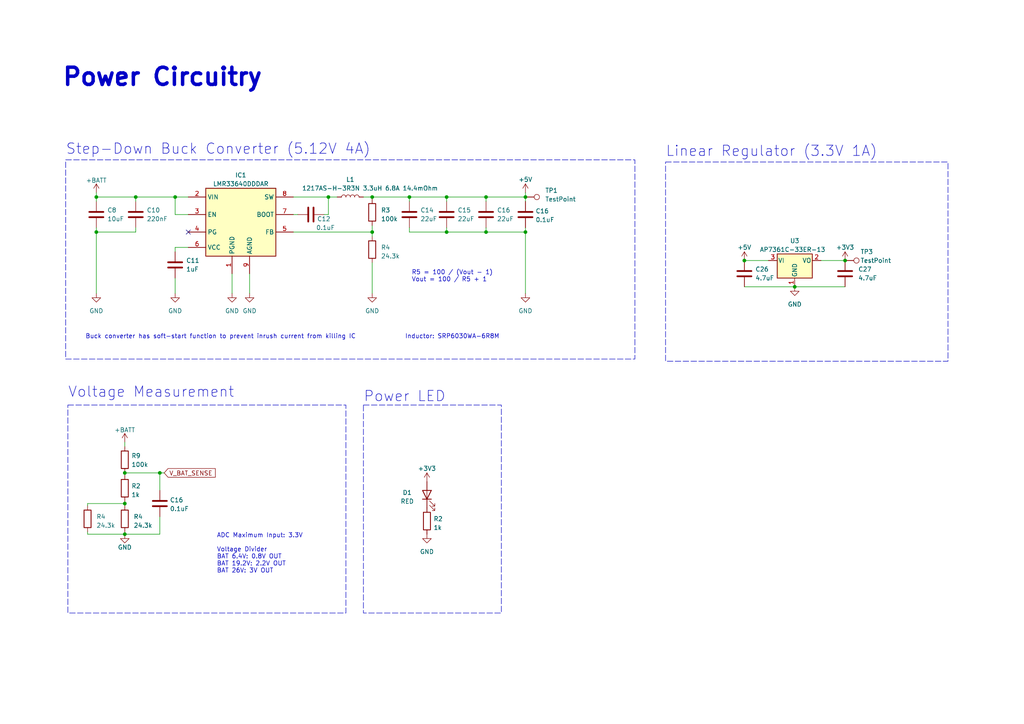
<source format=kicad_sch>
(kicad_sch (version 20230121) (generator eeschema)

  (uuid 96f28213-e3ca-4cd4-b62d-4711d85a11ee)

  (paper "A4")

  (lib_symbols
    (symbol "Connector:TestPoint" (pin_numbers hide) (pin_names (offset 0.762) hide) (in_bom yes) (on_board yes)
      (property "Reference" "TP" (at 0 6.858 0)
        (effects (font (size 1.27 1.27)))
      )
      (property "Value" "TestPoint" (at 0 5.08 0)
        (effects (font (size 1.27 1.27)))
      )
      (property "Footprint" "" (at 5.08 0 0)
        (effects (font (size 1.27 1.27)) hide)
      )
      (property "Datasheet" "~" (at 5.08 0 0)
        (effects (font (size 1.27 1.27)) hide)
      )
      (property "ki_keywords" "test point tp" (at 0 0 0)
        (effects (font (size 1.27 1.27)) hide)
      )
      (property "ki_description" "test point" (at 0 0 0)
        (effects (font (size 1.27 1.27)) hide)
      )
      (property "ki_fp_filters" "Pin* Test*" (at 0 0 0)
        (effects (font (size 1.27 1.27)) hide)
      )
      (symbol "TestPoint_0_1"
        (circle (center 0 3.302) (radius 0.762)
          (stroke (width 0) (type default))
          (fill (type none))
        )
      )
      (symbol "TestPoint_1_1"
        (pin passive line (at 0 0 90) (length 2.54)
          (name "1" (effects (font (size 1.27 1.27))))
          (number "1" (effects (font (size 1.27 1.27))))
        )
      )
    )
    (symbol "Device:C" (pin_numbers hide) (pin_names (offset 0.254)) (in_bom yes) (on_board yes)
      (property "Reference" "C" (at 0.635 2.54 0)
        (effects (font (size 1.27 1.27)) (justify left))
      )
      (property "Value" "C" (at 0.635 -2.54 0)
        (effects (font (size 1.27 1.27)) (justify left))
      )
      (property "Footprint" "" (at 0.9652 -3.81 0)
        (effects (font (size 1.27 1.27)) hide)
      )
      (property "Datasheet" "~" (at 0 0 0)
        (effects (font (size 1.27 1.27)) hide)
      )
      (property "ki_keywords" "cap capacitor" (at 0 0 0)
        (effects (font (size 1.27 1.27)) hide)
      )
      (property "ki_description" "Unpolarized capacitor" (at 0 0 0)
        (effects (font (size 1.27 1.27)) hide)
      )
      (property "ki_fp_filters" "C_*" (at 0 0 0)
        (effects (font (size 1.27 1.27)) hide)
      )
      (symbol "C_0_1"
        (polyline
          (pts
            (xy -2.032 -0.762)
            (xy 2.032 -0.762)
          )
          (stroke (width 0.508) (type default))
          (fill (type none))
        )
        (polyline
          (pts
            (xy -2.032 0.762)
            (xy 2.032 0.762)
          )
          (stroke (width 0.508) (type default))
          (fill (type none))
        )
      )
      (symbol "C_1_1"
        (pin passive line (at 0 3.81 270) (length 2.794)
          (name "~" (effects (font (size 1.27 1.27))))
          (number "1" (effects (font (size 1.27 1.27))))
        )
        (pin passive line (at 0 -3.81 90) (length 2.794)
          (name "~" (effects (font (size 1.27 1.27))))
          (number "2" (effects (font (size 1.27 1.27))))
        )
      )
    )
    (symbol "Device:L" (pin_numbers hide) (pin_names (offset 1.016) hide) (in_bom yes) (on_board yes)
      (property "Reference" "L" (at -1.27 0 90)
        (effects (font (size 1.27 1.27)))
      )
      (property "Value" "L" (at 1.905 0 90)
        (effects (font (size 1.27 1.27)))
      )
      (property "Footprint" "" (at 0 0 0)
        (effects (font (size 1.27 1.27)) hide)
      )
      (property "Datasheet" "~" (at 0 0 0)
        (effects (font (size 1.27 1.27)) hide)
      )
      (property "ki_keywords" "inductor choke coil reactor magnetic" (at 0 0 0)
        (effects (font (size 1.27 1.27)) hide)
      )
      (property "ki_description" "Inductor" (at 0 0 0)
        (effects (font (size 1.27 1.27)) hide)
      )
      (property "ki_fp_filters" "Choke_* *Coil* Inductor_* L_*" (at 0 0 0)
        (effects (font (size 1.27 1.27)) hide)
      )
      (symbol "L_0_1"
        (arc (start 0 -2.54) (mid 0.6323 -1.905) (end 0 -1.27)
          (stroke (width 0) (type default))
          (fill (type none))
        )
        (arc (start 0 -1.27) (mid 0.6323 -0.635) (end 0 0)
          (stroke (width 0) (type default))
          (fill (type none))
        )
        (arc (start 0 0) (mid 0.6323 0.635) (end 0 1.27)
          (stroke (width 0) (type default))
          (fill (type none))
        )
        (arc (start 0 1.27) (mid 0.6323 1.905) (end 0 2.54)
          (stroke (width 0) (type default))
          (fill (type none))
        )
      )
      (symbol "L_1_1"
        (pin passive line (at 0 3.81 270) (length 1.27)
          (name "1" (effects (font (size 1.27 1.27))))
          (number "1" (effects (font (size 1.27 1.27))))
        )
        (pin passive line (at 0 -3.81 90) (length 1.27)
          (name "2" (effects (font (size 1.27 1.27))))
          (number "2" (effects (font (size 1.27 1.27))))
        )
      )
    )
    (symbol "Device:LED" (pin_numbers hide) (pin_names (offset 1.016) hide) (in_bom yes) (on_board yes)
      (property "Reference" "D" (at 0 2.54 0)
        (effects (font (size 1.27 1.27)))
      )
      (property "Value" "LED" (at 0 -2.54 0)
        (effects (font (size 1.27 1.27)))
      )
      (property "Footprint" "" (at 0 0 0)
        (effects (font (size 1.27 1.27)) hide)
      )
      (property "Datasheet" "~" (at 0 0 0)
        (effects (font (size 1.27 1.27)) hide)
      )
      (property "ki_keywords" "LED diode" (at 0 0 0)
        (effects (font (size 1.27 1.27)) hide)
      )
      (property "ki_description" "Light emitting diode" (at 0 0 0)
        (effects (font (size 1.27 1.27)) hide)
      )
      (property "ki_fp_filters" "LED* LED_SMD:* LED_THT:*" (at 0 0 0)
        (effects (font (size 1.27 1.27)) hide)
      )
      (symbol "LED_0_1"
        (polyline
          (pts
            (xy -1.27 -1.27)
            (xy -1.27 1.27)
          )
          (stroke (width 0.254) (type default))
          (fill (type none))
        )
        (polyline
          (pts
            (xy -1.27 0)
            (xy 1.27 0)
          )
          (stroke (width 0) (type default))
          (fill (type none))
        )
        (polyline
          (pts
            (xy 1.27 -1.27)
            (xy 1.27 1.27)
            (xy -1.27 0)
            (xy 1.27 -1.27)
          )
          (stroke (width 0.254) (type default))
          (fill (type none))
        )
        (polyline
          (pts
            (xy -3.048 -0.762)
            (xy -4.572 -2.286)
            (xy -3.81 -2.286)
            (xy -4.572 -2.286)
            (xy -4.572 -1.524)
          )
          (stroke (width 0) (type default))
          (fill (type none))
        )
        (polyline
          (pts
            (xy -1.778 -0.762)
            (xy -3.302 -2.286)
            (xy -2.54 -2.286)
            (xy -3.302 -2.286)
            (xy -3.302 -1.524)
          )
          (stroke (width 0) (type default))
          (fill (type none))
        )
      )
      (symbol "LED_1_1"
        (pin passive line (at -3.81 0 0) (length 2.54)
          (name "K" (effects (font (size 1.27 1.27))))
          (number "1" (effects (font (size 1.27 1.27))))
        )
        (pin passive line (at 3.81 0 180) (length 2.54)
          (name "A" (effects (font (size 1.27 1.27))))
          (number "2" (effects (font (size 1.27 1.27))))
        )
      )
    )
    (symbol "Device:R" (pin_numbers hide) (pin_names (offset 0)) (in_bom yes) (on_board yes)
      (property "Reference" "R" (at 2.032 0 90)
        (effects (font (size 1.27 1.27)))
      )
      (property "Value" "R" (at 0 0 90)
        (effects (font (size 1.27 1.27)))
      )
      (property "Footprint" "" (at -1.778 0 90)
        (effects (font (size 1.27 1.27)) hide)
      )
      (property "Datasheet" "~" (at 0 0 0)
        (effects (font (size 1.27 1.27)) hide)
      )
      (property "ki_keywords" "R res resistor" (at 0 0 0)
        (effects (font (size 1.27 1.27)) hide)
      )
      (property "ki_description" "Resistor" (at 0 0 0)
        (effects (font (size 1.27 1.27)) hide)
      )
      (property "ki_fp_filters" "R_*" (at 0 0 0)
        (effects (font (size 1.27 1.27)) hide)
      )
      (symbol "R_0_1"
        (rectangle (start -1.016 -2.54) (end 1.016 2.54)
          (stroke (width 0.254) (type default))
          (fill (type none))
        )
      )
      (symbol "R_1_1"
        (pin passive line (at 0 3.81 270) (length 1.27)
          (name "~" (effects (font (size 1.27 1.27))))
          (number "1" (effects (font (size 1.27 1.27))))
        )
        (pin passive line (at 0 -3.81 90) (length 1.27)
          (name "~" (effects (font (size 1.27 1.27))))
          (number "2" (effects (font (size 1.27 1.27))))
        )
      )
    )
    (symbol "FlightComputerLibrary:AP7361C-33ER-13" (pin_names (offset 0.254)) (in_bom yes) (on_board yes)
      (property "Reference" "U" (at -3.81 3.175 0)
        (effects (font (size 1.27 1.27)))
      )
      (property "Value" "AP7361C-33ER-13" (at 0 3.175 0)
        (effects (font (size 1.27 1.27)) (justify left))
      )
      (property "Footprint" "Package_TO_SOT_SMD:SOT-223-3_TabPin2" (at 0 5.715 0)
        (effects (font (size 1.27 1.27) italic) hide)
      )
      (property "Datasheet" "https://www.diodes.com/assets/Datasheets/AP7361C.pdf" (at 0 -1.27 0)
        (effects (font (size 1.27 1.27)) hide)
      )
      (property "ki_keywords" "linear regulator ldo fixed positive" (at 0 0 0)
        (effects (font (size 1.27 1.27)) hide)
      )
      (property "ki_description" "1A Low Dropout regulator, positive, 3.3V fixed output, SOT-223" (at 0 0 0)
        (effects (font (size 1.27 1.27)) hide)
      )
      (property "ki_fp_filters" "SOT?223*" (at 0 0 0)
        (effects (font (size 1.27 1.27)) hide)
      )
      (symbol "AP7361C-33ER-13_0_1"
        (rectangle (start -5.08 -5.08) (end 5.08 1.905)
          (stroke (width 0.254) (type default))
          (fill (type background))
        )
      )
      (symbol "AP7361C-33ER-13_1_1"
        (pin power_in line (at 0 -7.62 90) (length 2.54)
          (name "GND" (effects (font (size 1.27 1.27))))
          (number "1" (effects (font (size 1.27 1.27))))
        )
        (pin power_out line (at 7.62 0 180) (length 2.54)
          (name "VO" (effects (font (size 1.27 1.27))))
          (number "2" (effects (font (size 1.27 1.27))))
        )
        (pin power_in line (at -7.62 0 0) (length 2.54)
          (name "VI" (effects (font (size 1.27 1.27))))
          (number "3" (effects (font (size 1.27 1.27))))
        )
      )
    )
    (symbol "FlightComputerLibrary:LMR33640DDDAR" (in_bom yes) (on_board yes)
      (property "Reference" "IC" (at 6.985 7.62 0)
        (effects (font (size 1.27 1.27)) (justify left top))
      )
      (property "Value" "LMR33640DDDAR" (at 6.985 5.08 0)
        (effects (font (size 1.27 1.27)) (justify left top))
      )
      (property "Footprint" "FlightComputerLibrary:SOIC127P600X170-9N" (at 26.67 -94.92 0)
        (effects (font (size 1.27 1.27)) (justify left top) hide)
      )
      (property "Datasheet" "https://www.ti.com/lit/gpn/LMR33640" (at 26.67 -194.92 0)
        (effects (font (size 1.27 1.27)) (justify left top) hide)
      )
      (property "Height" "1.7" (at 26.67 -394.92 0)
        (effects (font (size 1.27 1.27)) (justify left top) hide)
      )
      (property "Mouser Part Number" "595-LMR33640DDDAR" (at 26.67 -494.92 0)
        (effects (font (size 1.27 1.27)) (justify left top) hide)
      )
      (property "Mouser Price/Stock" "https://www.mouser.co.uk/ProductDetail/Texas-Instruments/LMR33640DDDAR?qs=wnTfsH77Xs4APrSXlTODHA%3D%3D" (at 26.67 -594.92 0)
        (effects (font (size 1.27 1.27)) (justify left top) hide)
      )
      (property "Manufacturer_Name" "Texas Instruments" (at 26.67 -694.92 0)
        (effects (font (size 1.27 1.27)) (justify left top) hide)
      )
      (property "Manufacturer_Part_Number" "LMR33640DDDAR" (at 26.67 -794.92 0)
        (effects (font (size 1.27 1.27)) (justify left top) hide)
      )
      (property "ki_description" "Switching Voltage Regulators SIMPLE SWITCHER 3.8-V to 36-V, 4-A step-down converter in SOIC-8 package 8-SO PowerPAD -40 to 125" (at 0 0 0)
        (effects (font (size 1.27 1.27)) hide)
      )
      (symbol "LMR33640DDDAR_1_1"
        (rectangle (start 5.08 2.54) (end 25.4 -17.145)
          (stroke (width 0.254) (type default))
          (fill (type background))
        )
        (pin passive line (at 12.7 -22.225 90) (length 5.08)
          (name "PGND" (effects (font (size 1.27 1.27))))
          (number "1" (effects (font (size 1.27 1.27))))
        )
        (pin passive line (at 0 0 0) (length 5.08)
          (name "VIN" (effects (font (size 1.27 1.27))))
          (number "2" (effects (font (size 1.27 1.27))))
        )
        (pin passive line (at 0 -5.08 0) (length 5.08)
          (name "EN" (effects (font (size 1.27 1.27))))
          (number "3" (effects (font (size 1.27 1.27))))
        )
        (pin passive line (at 0 -10.16 0) (length 5.08)
          (name "PG" (effects (font (size 1.27 1.27))))
          (number "4" (effects (font (size 1.27 1.27))))
        )
        (pin passive line (at 30.48 -10.16 180) (length 5.08)
          (name "FB" (effects (font (size 1.27 1.27))))
          (number "5" (effects (font (size 1.27 1.27))))
        )
        (pin passive line (at 0 -14.605 0) (length 5.08)
          (name "VCC" (effects (font (size 1.27 1.27))))
          (number "6" (effects (font (size 1.27 1.27))))
        )
        (pin passive line (at 30.48 -5.08 180) (length 5.08)
          (name "BOOT" (effects (font (size 1.27 1.27))))
          (number "7" (effects (font (size 1.27 1.27))))
        )
        (pin passive line (at 30.48 0 180) (length 5.08)
          (name "SW" (effects (font (size 1.27 1.27))))
          (number "8" (effects (font (size 1.27 1.27))))
        )
        (pin passive line (at 17.78 -22.225 90) (length 5.08)
          (name "AGND" (effects (font (size 1.27 1.27))))
          (number "9" (effects (font (size 1.27 1.27))))
        )
      )
    )
    (symbol "power:+3V3" (power) (pin_names (offset 0)) (in_bom yes) (on_board yes)
      (property "Reference" "#PWR" (at 0 -3.81 0)
        (effects (font (size 1.27 1.27)) hide)
      )
      (property "Value" "+3V3" (at 0 3.556 0)
        (effects (font (size 1.27 1.27)))
      )
      (property "Footprint" "" (at 0 0 0)
        (effects (font (size 1.27 1.27)) hide)
      )
      (property "Datasheet" "" (at 0 0 0)
        (effects (font (size 1.27 1.27)) hide)
      )
      (property "ki_keywords" "global power" (at 0 0 0)
        (effects (font (size 1.27 1.27)) hide)
      )
      (property "ki_description" "Power symbol creates a global label with name \"+3V3\"" (at 0 0 0)
        (effects (font (size 1.27 1.27)) hide)
      )
      (symbol "+3V3_0_1"
        (polyline
          (pts
            (xy -0.762 1.27)
            (xy 0 2.54)
          )
          (stroke (width 0) (type default))
          (fill (type none))
        )
        (polyline
          (pts
            (xy 0 0)
            (xy 0 2.54)
          )
          (stroke (width 0) (type default))
          (fill (type none))
        )
        (polyline
          (pts
            (xy 0 2.54)
            (xy 0.762 1.27)
          )
          (stroke (width 0) (type default))
          (fill (type none))
        )
      )
      (symbol "+3V3_1_1"
        (pin power_in line (at 0 0 90) (length 0) hide
          (name "+3V3" (effects (font (size 1.27 1.27))))
          (number "1" (effects (font (size 1.27 1.27))))
        )
      )
    )
    (symbol "power:+5V" (power) (pin_names (offset 0)) (in_bom yes) (on_board yes)
      (property "Reference" "#PWR" (at 0 -3.81 0)
        (effects (font (size 1.27 1.27)) hide)
      )
      (property "Value" "+5V" (at 0 3.556 0)
        (effects (font (size 1.27 1.27)))
      )
      (property "Footprint" "" (at 0 0 0)
        (effects (font (size 1.27 1.27)) hide)
      )
      (property "Datasheet" "" (at 0 0 0)
        (effects (font (size 1.27 1.27)) hide)
      )
      (property "ki_keywords" "global power" (at 0 0 0)
        (effects (font (size 1.27 1.27)) hide)
      )
      (property "ki_description" "Power symbol creates a global label with name \"+5V\"" (at 0 0 0)
        (effects (font (size 1.27 1.27)) hide)
      )
      (symbol "+5V_0_1"
        (polyline
          (pts
            (xy -0.762 1.27)
            (xy 0 2.54)
          )
          (stroke (width 0) (type default))
          (fill (type none))
        )
        (polyline
          (pts
            (xy 0 0)
            (xy 0 2.54)
          )
          (stroke (width 0) (type default))
          (fill (type none))
        )
        (polyline
          (pts
            (xy 0 2.54)
            (xy 0.762 1.27)
          )
          (stroke (width 0) (type default))
          (fill (type none))
        )
      )
      (symbol "+5V_1_1"
        (pin power_in line (at 0 0 90) (length 0) hide
          (name "+5V" (effects (font (size 1.27 1.27))))
          (number "1" (effects (font (size 1.27 1.27))))
        )
      )
    )
    (symbol "power:+BATT" (power) (pin_names (offset 0)) (in_bom yes) (on_board yes)
      (property "Reference" "#PWR" (at 0 -3.81 0)
        (effects (font (size 1.27 1.27)) hide)
      )
      (property "Value" "+BATT" (at 0 3.556 0)
        (effects (font (size 1.27 1.27)))
      )
      (property "Footprint" "" (at 0 0 0)
        (effects (font (size 1.27 1.27)) hide)
      )
      (property "Datasheet" "" (at 0 0 0)
        (effects (font (size 1.27 1.27)) hide)
      )
      (property "ki_keywords" "global power battery" (at 0 0 0)
        (effects (font (size 1.27 1.27)) hide)
      )
      (property "ki_description" "Power symbol creates a global label with name \"+BATT\"" (at 0 0 0)
        (effects (font (size 1.27 1.27)) hide)
      )
      (symbol "+BATT_0_1"
        (polyline
          (pts
            (xy -0.762 1.27)
            (xy 0 2.54)
          )
          (stroke (width 0) (type default))
          (fill (type none))
        )
        (polyline
          (pts
            (xy 0 0)
            (xy 0 2.54)
          )
          (stroke (width 0) (type default))
          (fill (type none))
        )
        (polyline
          (pts
            (xy 0 2.54)
            (xy 0.762 1.27)
          )
          (stroke (width 0) (type default))
          (fill (type none))
        )
      )
      (symbol "+BATT_1_1"
        (pin power_in line (at 0 0 90) (length 0) hide
          (name "+BATT" (effects (font (size 1.27 1.27))))
          (number "1" (effects (font (size 1.27 1.27))))
        )
      )
    )
    (symbol "power:GND" (power) (pin_names (offset 0)) (in_bom yes) (on_board yes)
      (property "Reference" "#PWR" (at 0 -6.35 0)
        (effects (font (size 1.27 1.27)) hide)
      )
      (property "Value" "GND" (at 0 -3.81 0)
        (effects (font (size 1.27 1.27)))
      )
      (property "Footprint" "" (at 0 0 0)
        (effects (font (size 1.27 1.27)) hide)
      )
      (property "Datasheet" "" (at 0 0 0)
        (effects (font (size 1.27 1.27)) hide)
      )
      (property "ki_keywords" "global power" (at 0 0 0)
        (effects (font (size 1.27 1.27)) hide)
      )
      (property "ki_description" "Power symbol creates a global label with name \"GND\" , ground" (at 0 0 0)
        (effects (font (size 1.27 1.27)) hide)
      )
      (symbol "GND_0_1"
        (polyline
          (pts
            (xy 0 0)
            (xy 0 -1.27)
            (xy 1.27 -1.27)
            (xy 0 -2.54)
            (xy -1.27 -1.27)
            (xy 0 -1.27)
          )
          (stroke (width 0) (type default))
          (fill (type none))
        )
      )
      (symbol "GND_1_1"
        (pin power_in line (at 0 0 270) (length 0) hide
          (name "GND" (effects (font (size 1.27 1.27))))
          (number "1" (effects (font (size 1.27 1.27))))
        )
      )
    )
  )

  (junction (at 95.25 57.15) (diameter 0) (color 0 0 0 0)
    (uuid 0527f2eb-fb55-4351-b41a-b18190f8e465)
  )
  (junction (at 27.94 67.31) (diameter 0) (color 0 0 0 0)
    (uuid 09e8fd2f-4973-40be-8419-886bafa4dfe7)
  )
  (junction (at 107.95 57.15) (diameter 0) (color 0 0 0 0)
    (uuid 0bfe915e-1dc1-4179-b86c-13b7ed5f29c5)
  )
  (junction (at 245.11 75.565) (diameter 0) (color 0 0 0 0)
    (uuid 1658c26c-a230-4fdb-b824-d1ee705405f8)
  )
  (junction (at 36.195 146.05) (diameter 0) (color 0 0 0 0)
    (uuid 17474284-cc45-4c8d-941b-d0f2ba854f49)
  )
  (junction (at 36.195 154.94) (diameter 0) (color 0 0 0 0)
    (uuid 18ccbfcb-7303-45a9-b2c2-f10fc70b3515)
  )
  (junction (at 118.745 57.15) (diameter 0) (color 0 0 0 0)
    (uuid 1af2fe97-e0cf-44a3-97cd-881aa320e119)
  )
  (junction (at 230.505 83.185) (diameter 0) (color 0 0 0 0)
    (uuid 237172a1-0826-42a8-af83-3cbe2399e4e2)
  )
  (junction (at 140.97 57.15) (diameter 0) (color 0 0 0 0)
    (uuid 26c726b0-4dc1-4362-93fa-617c68a5bfe1)
  )
  (junction (at 39.37 57.15) (diameter 0) (color 0 0 0 0)
    (uuid 26eea132-c44f-4319-84cf-6535a109304b)
  )
  (junction (at 215.9 75.565) (diameter 0) (color 0 0 0 0)
    (uuid 28b6ffe6-6e51-4804-994b-e4a09eb97d1c)
  )
  (junction (at 50.8 57.15) (diameter 0) (color 0 0 0 0)
    (uuid 32e4c8c0-32a9-410e-8d9c-2ea8983f25e1)
  )
  (junction (at 152.4 67.31) (diameter 0) (color 0 0 0 0)
    (uuid 619ec49b-7bf0-4d3c-8a66-8ea974743312)
  )
  (junction (at 129.54 57.15) (diameter 0) (color 0 0 0 0)
    (uuid 63901944-db3a-46ae-bdf6-2d3b04fcbb1b)
  )
  (junction (at 140.97 67.31) (diameter 0) (color 0 0 0 0)
    (uuid 975db482-6b47-423a-883d-5a20dccb148f)
  )
  (junction (at 46.355 137.16) (diameter 0) (color 0 0 0 0)
    (uuid a580447e-97b8-4dc1-af99-dc4e1b40c12f)
  )
  (junction (at 107.95 67.31) (diameter 0) (color 0 0 0 0)
    (uuid b6197f7b-ef5d-4465-bb9c-dd8af44a5231)
  )
  (junction (at 152.4 57.15) (diameter 0) (color 0 0 0 0)
    (uuid db1cdf44-a000-4890-bca7-d3ee0bf80b8d)
  )
  (junction (at 36.195 137.16) (diameter 0) (color 0 0 0 0)
    (uuid db6e7c80-bfe3-4e2b-a035-7a941a9be470)
  )
  (junction (at 27.94 57.15) (diameter 0) (color 0 0 0 0)
    (uuid f0021d79-b361-45c0-86a4-8097d90c1d2f)
  )
  (junction (at 129.54 67.31) (diameter 0) (color 0 0 0 0)
    (uuid f494b489-44dc-4aad-a05e-ea66d59c8052)
  )

  (no_connect (at 54.61 67.31) (uuid 29fedc9e-f531-427b-82fa-87d49af94f16))

  (wire (pts (xy 72.39 85.09) (xy 72.39 79.375))
    (stroke (width 0) (type default))
    (uuid 031e9db3-b899-436f-adfe-7406e8e83acc)
  )
  (wire (pts (xy 25.4 146.685) (xy 25.4 146.05))
    (stroke (width 0) (type default))
    (uuid 03935686-97a6-4872-b081-c185a9d1f032)
  )
  (wire (pts (xy 25.4 154.94) (xy 25.4 154.305))
    (stroke (width 0) (type default))
    (uuid 04dfeb54-ff43-452c-b5ef-027c201a9d0e)
  )
  (wire (pts (xy 140.97 66.04) (xy 140.97 67.31))
    (stroke (width 0) (type default))
    (uuid 05d28911-864c-475f-93cb-3bdc74eca246)
  )
  (wire (pts (xy 238.125 75.565) (xy 245.11 75.565))
    (stroke (width 0) (type default))
    (uuid 0b94eae9-fcf7-4ad4-b1ac-d20c45d556a4)
  )
  (wire (pts (xy 118.745 57.15) (xy 129.54 57.15))
    (stroke (width 0) (type default))
    (uuid 0da07a25-3e46-4093-9314-5edbdd896e8a)
  )
  (wire (pts (xy 129.54 66.04) (xy 129.54 67.31))
    (stroke (width 0) (type default))
    (uuid 1ca0a34b-826f-480b-bca4-54f6232e267e)
  )
  (wire (pts (xy 152.4 55.88) (xy 152.4 57.15))
    (stroke (width 0) (type default))
    (uuid 1ed9d5a5-5a31-4bc4-813a-5ab400d78f19)
  )
  (wire (pts (xy 27.94 58.42) (xy 27.94 57.15))
    (stroke (width 0) (type default))
    (uuid 22b99cdb-960a-4bc5-8a98-1f082969489b)
  )
  (wire (pts (xy 85.09 67.31) (xy 107.95 67.31))
    (stroke (width 0) (type default))
    (uuid 26d4d1ad-b463-49c2-93a8-6eec71edd4b8)
  )
  (wire (pts (xy 107.95 85.09) (xy 107.95 76.2))
    (stroke (width 0) (type default))
    (uuid 28dcee50-a622-4f3d-a19e-d8014efd9a7c)
  )
  (wire (pts (xy 46.355 149.86) (xy 46.355 154.94))
    (stroke (width 0) (type default))
    (uuid 29ea3900-6fd2-4c9d-a474-5cd5cbccb9da)
  )
  (wire (pts (xy 107.95 57.15) (xy 105.41 57.15))
    (stroke (width 0) (type default))
    (uuid 31802fb9-4867-4a01-bc96-a90890632a67)
  )
  (wire (pts (xy 25.4 154.94) (xy 36.195 154.94))
    (stroke (width 0) (type default))
    (uuid 339c5fb4-a7c0-4bff-ad44-c4eb6f418b1b)
  )
  (wire (pts (xy 27.94 66.04) (xy 27.94 67.31))
    (stroke (width 0) (type default))
    (uuid 37377e26-e13e-4f65-a00e-ba519c5c8a65)
  )
  (wire (pts (xy 67.31 85.09) (xy 67.31 79.375))
    (stroke (width 0) (type default))
    (uuid 4050f669-1ef1-4257-bd74-df993a5c95f1)
  )
  (wire (pts (xy 107.95 65.405) (xy 107.95 67.31))
    (stroke (width 0) (type default))
    (uuid 4558e504-057b-43ad-85d3-603019289e7a)
  )
  (wire (pts (xy 215.9 75.565) (xy 222.885 75.565))
    (stroke (width 0) (type default))
    (uuid 49f370b3-1806-4a3d-9e72-5b5fcb71c310)
  )
  (wire (pts (xy 50.8 73.025) (xy 50.8 71.755))
    (stroke (width 0) (type default))
    (uuid 51cf7af9-97ac-46fe-a240-0434850ea4c9)
  )
  (wire (pts (xy 36.195 146.685) (xy 36.195 146.05))
    (stroke (width 0) (type default))
    (uuid 52946679-f593-4fd1-ae91-0ec2c65c58ff)
  )
  (wire (pts (xy 39.37 58.42) (xy 39.37 57.15))
    (stroke (width 0) (type default))
    (uuid 579e630a-66aa-422c-88d6-46000218e2be)
  )
  (wire (pts (xy 97.79 57.15) (xy 95.25 57.15))
    (stroke (width 0) (type default))
    (uuid 58454680-3857-45df-9ed0-e886952efd02)
  )
  (wire (pts (xy 36.195 137.795) (xy 36.195 137.16))
    (stroke (width 0) (type default))
    (uuid 5ada8ef4-6d06-42b2-87fc-e2b5086f7a3f)
  )
  (wire (pts (xy 93.98 62.23) (xy 95.25 62.23))
    (stroke (width 0) (type default))
    (uuid 5d137c05-fba8-4359-bffd-1f2fe15affba)
  )
  (wire (pts (xy 25.4 146.05) (xy 36.195 146.05))
    (stroke (width 0) (type default))
    (uuid 63b28c22-5375-4d18-8ed4-d3d25678aa1c)
  )
  (wire (pts (xy 118.745 66.04) (xy 118.745 67.31))
    (stroke (width 0) (type default))
    (uuid 64313526-505b-407c-af97-63ddc17cd6eb)
  )
  (wire (pts (xy 152.4 66.04) (xy 152.4 67.31))
    (stroke (width 0) (type default))
    (uuid 64e97453-df1a-4511-b5df-efb010812fcb)
  )
  (wire (pts (xy 36.195 128.27) (xy 36.195 129.54))
    (stroke (width 0) (type default))
    (uuid 6b7ea1c5-798c-492c-9c6d-12043718821a)
  )
  (wire (pts (xy 27.94 67.31) (xy 39.37 67.31))
    (stroke (width 0) (type default))
    (uuid 6d3ebf33-7cfe-4fbc-ada1-d214cf9a8704)
  )
  (wire (pts (xy 36.195 146.05) (xy 36.195 145.415))
    (stroke (width 0) (type default))
    (uuid 6d5228c5-086b-47ff-b31d-989997ef65ac)
  )
  (wire (pts (xy 50.8 57.15) (xy 54.61 57.15))
    (stroke (width 0) (type default))
    (uuid 6ea95b88-0743-443a-87bc-0249339e0066)
  )
  (wire (pts (xy 152.4 57.15) (xy 140.97 57.15))
    (stroke (width 0) (type default))
    (uuid 6fd5573a-4063-43ef-9fa3-fa8c86788136)
  )
  (wire (pts (xy 107.95 57.15) (xy 118.745 57.15))
    (stroke (width 0) (type default))
    (uuid 70a2c8c7-d948-4fdc-9382-2cde987eaa0f)
  )
  (wire (pts (xy 36.195 137.16) (xy 46.355 137.16))
    (stroke (width 0) (type default))
    (uuid 7e47b0d0-596c-46af-bacf-e787c75e75f1)
  )
  (wire (pts (xy 95.25 62.23) (xy 95.25 57.15))
    (stroke (width 0) (type default))
    (uuid 7f3238a4-9e77-4111-92f1-b0a058051f92)
  )
  (wire (pts (xy 129.54 67.31) (xy 118.745 67.31))
    (stroke (width 0) (type default))
    (uuid 86d94d2b-4c23-48cb-8657-e37144b810b8)
  )
  (wire (pts (xy 46.355 137.16) (xy 47.625 137.16))
    (stroke (width 0) (type default))
    (uuid 886405aa-2e19-4852-8ad6-9bc8fe902664)
  )
  (wire (pts (xy 50.8 62.23) (xy 50.8 57.15))
    (stroke (width 0) (type default))
    (uuid 89078644-fe85-449b-8448-058c0fbf6e34)
  )
  (wire (pts (xy 140.97 67.31) (xy 129.54 67.31))
    (stroke (width 0) (type default))
    (uuid 8fa91083-3f30-4c20-9a8c-613004125cd5)
  )
  (wire (pts (xy 86.36 62.23) (xy 85.09 62.23))
    (stroke (width 0) (type default))
    (uuid 970614cf-5611-4485-a1be-83f1b1690bf0)
  )
  (wire (pts (xy 152.4 57.15) (xy 152.4 58.42))
    (stroke (width 0) (type default))
    (uuid 9752aa21-25a7-4685-935b-46a90d16640d)
  )
  (wire (pts (xy 46.355 142.24) (xy 46.355 137.16))
    (stroke (width 0) (type default))
    (uuid 9ce65a95-7a6d-472f-a050-aeb395ad6ad6)
  )
  (wire (pts (xy 39.37 57.15) (xy 50.8 57.15))
    (stroke (width 0) (type default))
    (uuid a012bc8b-02e2-41e8-9c06-6220e8986c90)
  )
  (wire (pts (xy 107.95 67.31) (xy 107.95 68.58))
    (stroke (width 0) (type default))
    (uuid a5895cc1-f371-425d-a7ad-25c187e4b6f3)
  )
  (wire (pts (xy 215.9 83.185) (xy 230.505 83.185))
    (stroke (width 0) (type default))
    (uuid b491ffa2-6851-46ae-8af9-6563be088fe1)
  )
  (wire (pts (xy 39.37 67.31) (xy 39.37 66.04))
    (stroke (width 0) (type default))
    (uuid b623bb9f-e31e-4394-8092-276a4e1f7d15)
  )
  (wire (pts (xy 50.8 85.09) (xy 50.8 80.645))
    (stroke (width 0) (type default))
    (uuid b63374ed-cb06-4dd9-a68a-982d08a9056b)
  )
  (wire (pts (xy 129.54 57.15) (xy 129.54 58.42))
    (stroke (width 0) (type default))
    (uuid b64daa35-cf4c-4f40-9c70-10345dd1e908)
  )
  (wire (pts (xy 118.745 57.15) (xy 118.745 58.42))
    (stroke (width 0) (type default))
    (uuid b71ada52-960a-4a82-bfea-27e171da81ad)
  )
  (wire (pts (xy 54.61 62.23) (xy 50.8 62.23))
    (stroke (width 0) (type default))
    (uuid c74af101-68df-46db-82ef-46cd442d559f)
  )
  (wire (pts (xy 152.4 67.31) (xy 152.4 85.09))
    (stroke (width 0) (type default))
    (uuid c926bf4d-33fd-4309-86e2-4cc2621acf5f)
  )
  (wire (pts (xy 230.505 83.185) (xy 245.11 83.185))
    (stroke (width 0) (type default))
    (uuid cd4950cc-2215-4239-97b5-e372065bffc3)
  )
  (wire (pts (xy 95.25 57.15) (xy 85.09 57.15))
    (stroke (width 0) (type default))
    (uuid d03a45e8-25d8-44fb-beb9-f5ba8dafc8a9)
  )
  (wire (pts (xy 107.95 57.15) (xy 107.95 57.785))
    (stroke (width 0) (type default))
    (uuid d2b0483c-63e7-435d-a56f-15e05d8575de)
  )
  (wire (pts (xy 50.8 71.755) (xy 54.61 71.755))
    (stroke (width 0) (type default))
    (uuid d5b5f952-33b6-439a-a9c7-3a457c95d7ba)
  )
  (wire (pts (xy 27.94 85.09) (xy 27.94 67.31))
    (stroke (width 0) (type default))
    (uuid d77a7d53-b7fe-48af-92f7-820390e4a9ce)
  )
  (wire (pts (xy 152.4 67.31) (xy 140.97 67.31))
    (stroke (width 0) (type default))
    (uuid ddf5c5c7-80f6-4e61-85d7-0d182310a815)
  )
  (wire (pts (xy 140.97 57.15) (xy 140.97 58.42))
    (stroke (width 0) (type default))
    (uuid e5acb895-7ef0-45e3-90b8-f005b0b8388c)
  )
  (wire (pts (xy 27.94 55.88) (xy 27.94 57.15))
    (stroke (width 0) (type default))
    (uuid e79f0d4f-532f-4065-8ac6-b556b6587114)
  )
  (wire (pts (xy 46.355 154.94) (xy 36.195 154.94))
    (stroke (width 0) (type default))
    (uuid f6ff38e6-ebdc-4bb2-b644-0753878a0982)
  )
  (wire (pts (xy 129.54 57.15) (xy 140.97 57.15))
    (stroke (width 0) (type default))
    (uuid faa24b94-c6df-422e-9491-fdc5dbe91109)
  )
  (wire (pts (xy 27.94 57.15) (xy 39.37 57.15))
    (stroke (width 0) (type default))
    (uuid ff0dac0d-7d74-49bb-ad87-6ef039d29544)
  )
  (wire (pts (xy 36.195 154.94) (xy 36.195 154.305))
    (stroke (width 0) (type default))
    (uuid ffb51888-27c1-4bb3-9b1a-1e0aedc27505)
  )

  (rectangle (start 19.685 117.475) (end 100.33 177.8)
    (stroke (width 0) (type dash))
    (fill (type none))
    (uuid 3fdf663b-79d3-4c36-86f9-d7e639a2bb48)
  )
  (rectangle (start 19.05 46.355) (end 184.15 104.14)
    (stroke (width 0) (type dash))
    (fill (type none))
    (uuid 522ead10-e028-4463-aad3-cda0bd303f53)
  )
  (rectangle (start 105.41 117.475) (end 145.415 177.8)
    (stroke (width 0) (type dash))
    (fill (type none))
    (uuid 6296aedd-0e87-4787-b544-ad6c45956456)
  )
  (rectangle (start 193.04 46.99) (end 274.955 104.775)
    (stroke (width 0) (type dash))
    (fill (type none))
    (uuid cbf1e4c3-bd3f-4250-b07f-e780a9e1c989)
  )

  (text "Power Circuitry" (at 17.78 25.4 0)
    (effects (font (size 5 5) (thickness 1) bold) (justify left bottom))
    (uuid 120ed5d4-ac84-478f-abda-a9906e0b3a66)
  )
  (text "R5 = 100 / (Vout - 1)\nVout = 100 / R5 + 1" (at 119.38 81.915 0)
    (effects (font (size 1.27 1.27)) (justify left bottom))
    (uuid 184b9fd1-54d8-4654-9509-48baa899764d)
  )
  (text "Voltage Measurement" (at 19.685 115.57 0)
    (effects (font (size 3 3)) (justify left bottom))
    (uuid 3a0e89d6-653f-41ec-beb6-cae44488c315)
  )
  (text "Power LED" (at 105.41 116.84 0)
    (effects (font (size 3 3)) (justify left bottom))
    (uuid 85517ef6-e0de-47b3-bba5-9ac4c04411f8)
  )
  (text "Buck converter has soft-start function to prevent inrush current from killing IC"
    (at 24.765 98.425 0)
    (effects (font (size 1.27 1.27)) (justify left bottom))
    (uuid b149a20f-edef-47f5-9225-f7db60825279)
  )
  (text "Step-Down Buck Converter (5.12V 4A)" (at 19.05 45.085 0)
    (effects (font (size 3 3)) (justify left bottom))
    (uuid b70d69fa-e4b2-4c83-b72d-4cc370efb3cd)
  )
  (text "Inductor: SRP6030WA-6R8M" (at 117.475 98.425 0)
    (effects (font (size 1.27 1.27)) (justify left bottom))
    (uuid b7b137d9-6d7b-4e9c-8517-0e766d25b1c9)
  )
  (text "ADC Maximum Input: 3.3V\n\nVoltage Divider\nBAT 6.4V: 0.8V OUT\nBAT 19.2V: 2.2V OUT\nBAT 26V: 3V OUT"
    (at 62.865 166.37 0)
    (effects (font (size 1.27 1.27)) (justify left bottom))
    (uuid d712a16e-22a2-40fc-a797-effbc73f9578)
  )
  (text "Linear Regulator (3.3V 1A)" (at 193.04 45.72 0)
    (effects (font (size 3 3)) (justify left bottom))
    (uuid f5ce4939-f3da-4c90-b3c0-4bdd156e7aec)
  )

  (global_label "V_BAT_SENSE" (shape input) (at 47.625 137.16 0) (fields_autoplaced)
    (effects (font (size 1.27 1.27)) (justify left))
    (uuid 71b715a4-7a44-493d-aed5-b90aa6835591)
    (property "Intersheetrefs" "${INTERSHEET_REFS}" (at 62.9283 137.16 0)
      (effects (font (size 1.27 1.27)) (justify left) hide)
    )
  )

  (symbol (lib_id "Device:C") (at 215.9 79.375 0) (unit 1)
    (in_bom yes) (on_board yes) (dnp no)
    (uuid 02ac4536-e12c-4ec9-aaa5-19234246ff25)
    (property "Reference" "C26" (at 219.075 78.105 0)
      (effects (font (size 1.27 1.27)) (justify left))
    )
    (property "Value" "4.7uF" (at 219.075 80.645 0)
      (effects (font (size 1.27 1.27)) (justify left))
    )
    (property "Footprint" "Capacitor_SMD:C_0603_1608Metric" (at 216.8652 83.185 0)
      (effects (font (size 1.27 1.27)) hide)
    )
    (property "Datasheet" "~" (at 215.9 79.375 0)
      (effects (font (size 1.27 1.27)) hide)
    )
    (pin "1" (uuid cd6316ed-c18f-4373-bcb5-222db81588b4))
    (pin "2" (uuid 79662e65-63b6-40fa-be48-de9bd583c1b1))
    (instances
      (project "FlightComputer"
        (path "/619b7a98-ea9e-4ba1-a6ac-2aefa32bb41a"
          (reference "C26") (unit 1)
        )
        (path "/619b7a98-ea9e-4ba1-a6ac-2aefa32bb41a/860700d0-b412-4191-a92c-98767c85d1ad"
          (reference "C26") (unit 1)
        )
      )
    )
  )

  (symbol (lib_id "Device:LED") (at 123.825 143.51 90) (unit 1)
    (in_bom yes) (on_board yes) (dnp no)
    (uuid 0e77629b-a9db-40e3-83a2-f0880239de08)
    (property "Reference" "D1" (at 118.11 142.875 90)
      (effects (font (size 1.27 1.27)))
    )
    (property "Value" "RED" (at 118.11 145.415 90)
      (effects (font (size 1.27 1.27)))
    )
    (property "Footprint" "LED_SMD:LED_0603_1608Metric" (at 123.825 143.51 0)
      (effects (font (size 1.27 1.27)) hide)
    )
    (property "Datasheet" "~" (at 123.825 143.51 0)
      (effects (font (size 1.27 1.27)) hide)
    )
    (pin "1" (uuid 3e4532a9-daaa-4049-9bd1-2ce47b0085f1))
    (pin "2" (uuid e939ff2e-e55a-45df-9983-3525f95bcb1b))
    (instances
      (project "FlightComputer"
        (path "/619b7a98-ea9e-4ba1-a6ac-2aefa32bb41a"
          (reference "D1") (unit 1)
        )
        (path "/619b7a98-ea9e-4ba1-a6ac-2aefa32bb41a/860700d0-b412-4191-a92c-98767c85d1ad"
          (reference "D1") (unit 1)
        )
      )
    )
  )

  (symbol (lib_id "power:GND") (at 123.825 154.94 0) (unit 1)
    (in_bom yes) (on_board yes) (dnp no) (fields_autoplaced)
    (uuid 1d86714e-6e9a-433c-988a-ce771e8fc765)
    (property "Reference" "#PWR027" (at 123.825 161.29 0)
      (effects (font (size 1.27 1.27)) hide)
    )
    (property "Value" "GND" (at 123.825 160.02 0)
      (effects (font (size 1.27 1.27)))
    )
    (property "Footprint" "" (at 123.825 154.94 0)
      (effects (font (size 1.27 1.27)) hide)
    )
    (property "Datasheet" "" (at 123.825 154.94 0)
      (effects (font (size 1.27 1.27)) hide)
    )
    (pin "1" (uuid c6b837ba-89ac-473c-98c5-8ac17d7e2879))
    (instances
      (project "FlightComputer"
        (path "/619b7a98-ea9e-4ba1-a6ac-2aefa32bb41a"
          (reference "#PWR027") (unit 1)
        )
        (path "/619b7a98-ea9e-4ba1-a6ac-2aefa32bb41a/860700d0-b412-4191-a92c-98767c85d1ad"
          (reference "#PWR051") (unit 1)
        )
      )
    )
  )

  (symbol (lib_id "Device:C") (at 90.17 62.23 90) (unit 1)
    (in_bom yes) (on_board yes) (dnp no)
    (uuid 29e9dbc3-19b6-4302-bb46-3cd30fac8bd0)
    (property "Reference" "C12" (at 95.885 63.5 90)
      (effects (font (size 1.27 1.27)) (justify left))
    )
    (property "Value" "0.1uF" (at 97.155 66.04 90)
      (effects (font (size 1.27 1.27)) (justify left))
    )
    (property "Footprint" "Capacitor_SMD:C_0603_1608Metric" (at 93.98 61.2648 0)
      (effects (font (size 1.27 1.27)) hide)
    )
    (property "Datasheet" "~" (at 90.17 62.23 0)
      (effects (font (size 1.27 1.27)) hide)
    )
    (pin "1" (uuid f11a7682-9313-4695-bd8e-b60f8ab7eb43))
    (pin "2" (uuid 5d371807-0733-45be-a243-73027add105a))
    (instances
      (project "FlightComputer"
        (path "/619b7a98-ea9e-4ba1-a6ac-2aefa32bb41a"
          (reference "C12") (unit 1)
        )
        (path "/619b7a98-ea9e-4ba1-a6ac-2aefa32bb41a/860700d0-b412-4191-a92c-98767c85d1ad"
          (reference "C12") (unit 1)
        )
      )
    )
  )

  (symbol (lib_id "power:GND") (at 152.4 85.09 0) (unit 1)
    (in_bom yes) (on_board yes) (dnp no) (fields_autoplaced)
    (uuid 30eb55d5-065c-4775-b9e6-fc3f8e384cc8)
    (property "Reference" "#PWR060" (at 152.4 91.44 0)
      (effects (font (size 1.27 1.27)) hide)
    )
    (property "Value" "GND" (at 152.4 90.17 0)
      (effects (font (size 1.27 1.27)))
    )
    (property "Footprint" "" (at 152.4 85.09 0)
      (effects (font (size 1.27 1.27)) hide)
    )
    (property "Datasheet" "" (at 152.4 85.09 0)
      (effects (font (size 1.27 1.27)) hide)
    )
    (pin "1" (uuid a1a14766-3ae9-43bf-ac5f-a9d15c628d3d))
    (instances
      (project "FlightComputer"
        (path "/619b7a98-ea9e-4ba1-a6ac-2aefa32bb41a"
          (reference "#PWR060") (unit 1)
        )
        (path "/619b7a98-ea9e-4ba1-a6ac-2aefa32bb41a/860700d0-b412-4191-a92c-98767c85d1ad"
          (reference "#PWR040") (unit 1)
        )
      )
    )
  )

  (symbol (lib_id "power:+BATT") (at 36.195 128.27 0) (unit 1)
    (in_bom yes) (on_board yes) (dnp no) (fields_autoplaced)
    (uuid 381460a1-7ede-4466-bd95-1cb0fec4d26c)
    (property "Reference" "#PWR053" (at 36.195 132.08 0)
      (effects (font (size 1.27 1.27)) hide)
    )
    (property "Value" "+BATT" (at 36.195 124.714 0)
      (effects (font (size 1.27 1.27)))
    )
    (property "Footprint" "" (at 36.195 128.27 0)
      (effects (font (size 1.27 1.27)) hide)
    )
    (property "Datasheet" "" (at 36.195 128.27 0)
      (effects (font (size 1.27 1.27)) hide)
    )
    (pin "1" (uuid 877313b9-3851-416b-a996-ef27fe658d36))
    (instances
      (project "FlightComputer"
        (path "/619b7a98-ea9e-4ba1-a6ac-2aefa32bb41a"
          (reference "#PWR053") (unit 1)
        )
        (path "/619b7a98-ea9e-4ba1-a6ac-2aefa32bb41a/860700d0-b412-4191-a92c-98767c85d1ad"
          (reference "#PWR016") (unit 1)
        )
      )
    )
  )

  (symbol (lib_id "power:GND") (at 36.195 154.94 0) (unit 1)
    (in_bom yes) (on_board yes) (dnp no)
    (uuid 3adeb388-fb93-45f2-96cf-1c84f8625f0f)
    (property "Reference" "#PWR055" (at 36.195 161.29 0)
      (effects (font (size 1.27 1.27)) hide)
    )
    (property "Value" "GND" (at 36.195 158.75 0)
      (effects (font (size 1.27 1.27)))
    )
    (property "Footprint" "" (at 36.195 154.94 0)
      (effects (font (size 1.27 1.27)) hide)
    )
    (property "Datasheet" "" (at 36.195 154.94 0)
      (effects (font (size 1.27 1.27)) hide)
    )
    (pin "1" (uuid af322d9e-b233-46fb-9559-9e62cf09596d))
    (instances
      (project "FCRev2"
        (path "/4bfaf9f4-833d-4b89-870a-6e523da66099"
          (reference "#PWR055") (unit 1)
        )
      )
      (project "FlightComputer"
        (path "/619b7a98-ea9e-4ba1-a6ac-2aefa32bb41a"
          (reference "#PWR015") (unit 1)
        )
        (path "/619b7a98-ea9e-4ba1-a6ac-2aefa32bb41a/860700d0-b412-4191-a92c-98767c85d1ad"
          (reference "#PWR023") (unit 1)
        )
      )
      (project "FlightComputer"
        (path "/bd2ca0f3-16be-405d-8265-527d0a4fe5c7"
          (reference "#PWR050") (unit 1)
        )
      )
    )
  )

  (symbol (lib_id "power:GND") (at 230.505 83.185 0) (unit 1)
    (in_bom yes) (on_board yes) (dnp no) (fields_autoplaced)
    (uuid 4ac10201-c935-4bb4-a726-5e6bdf6701dd)
    (property "Reference" "#PWR038" (at 230.505 89.535 0)
      (effects (font (size 1.27 1.27)) hide)
    )
    (property "Value" "GND" (at 230.505 88.265 0)
      (effects (font (size 1.27 1.27)))
    )
    (property "Footprint" "" (at 230.505 83.185 0)
      (effects (font (size 1.27 1.27)) hide)
    )
    (property "Datasheet" "" (at 230.505 83.185 0)
      (effects (font (size 1.27 1.27)) hide)
    )
    (pin "1" (uuid afebc69c-0b86-45ac-a8e9-7b8b48a39d00))
    (instances
      (project "FlightComputer"
        (path "/619b7a98-ea9e-4ba1-a6ac-2aefa32bb41a"
          (reference "#PWR038") (unit 1)
        )
        (path "/619b7a98-ea9e-4ba1-a6ac-2aefa32bb41a/860700d0-b412-4191-a92c-98767c85d1ad"
          (reference "#PWR046") (unit 1)
        )
      )
    )
  )

  (symbol (lib_id "Device:C") (at 50.8 76.835 0) (unit 1)
    (in_bom yes) (on_board yes) (dnp no)
    (uuid 6ccf4bae-6870-4db8-b8c1-7ee00eba4026)
    (property "Reference" "C11" (at 53.975 75.565 0)
      (effects (font (size 1.27 1.27)) (justify left))
    )
    (property "Value" "1uF" (at 53.975 78.105 0)
      (effects (font (size 1.27 1.27)) (justify left))
    )
    (property "Footprint" "Capacitor_SMD:C_0603_1608Metric" (at 51.7652 80.645 0)
      (effects (font (size 1.27 1.27)) hide)
    )
    (property "Datasheet" "~" (at 50.8 76.835 0)
      (effects (font (size 1.27 1.27)) hide)
    )
    (pin "1" (uuid 2ba8b4da-2221-4d69-8c29-6245af612b24))
    (pin "2" (uuid 67022530-b0e7-45b4-a774-0b99d168657c))
    (instances
      (project "FlightComputer"
        (path "/619b7a98-ea9e-4ba1-a6ac-2aefa32bb41a"
          (reference "C11") (unit 1)
        )
        (path "/619b7a98-ea9e-4ba1-a6ac-2aefa32bb41a/860700d0-b412-4191-a92c-98767c85d1ad"
          (reference "C11") (unit 1)
        )
      )
    )
  )

  (symbol (lib_id "power:+3V3") (at 123.825 139.7 0) (unit 1)
    (in_bom yes) (on_board yes) (dnp no) (fields_autoplaced)
    (uuid 6eda63e1-8bdf-427b-b626-b4bc5623934c)
    (property "Reference" "#PWR010" (at 123.825 143.51 0)
      (effects (font (size 1.27 1.27)) hide)
    )
    (property "Value" "+3V3" (at 123.825 135.89 0)
      (effects (font (size 1.27 1.27)))
    )
    (property "Footprint" "" (at 123.825 139.7 0)
      (effects (font (size 1.27 1.27)) hide)
    )
    (property "Datasheet" "" (at 123.825 139.7 0)
      (effects (font (size 1.27 1.27)) hide)
    )
    (pin "1" (uuid ae450fad-ca09-4b96-b089-23c9a84da466))
    (instances
      (project "FlightComputer"
        (path "/619b7a98-ea9e-4ba1-a6ac-2aefa32bb41a"
          (reference "#PWR010") (unit 1)
        )
        (path "/619b7a98-ea9e-4ba1-a6ac-2aefa32bb41a/860700d0-b412-4191-a92c-98767c85d1ad"
          (reference "#PWR048") (unit 1)
        )
      )
    )
  )

  (symbol (lib_id "power:GND") (at 107.95 85.09 0) (unit 1)
    (in_bom yes) (on_board yes) (dnp no) (fields_autoplaced)
    (uuid 70420a88-3304-458c-b6bb-b77789acd0e4)
    (property "Reference" "#PWR056" (at 107.95 91.44 0)
      (effects (font (size 1.27 1.27)) hide)
    )
    (property "Value" "GND" (at 107.95 90.17 0)
      (effects (font (size 1.27 1.27)))
    )
    (property "Footprint" "" (at 107.95 85.09 0)
      (effects (font (size 1.27 1.27)) hide)
    )
    (property "Datasheet" "" (at 107.95 85.09 0)
      (effects (font (size 1.27 1.27)) hide)
    )
    (pin "1" (uuid dfcdf046-9ae8-45a8-8511-cf8909504845))
    (instances
      (project "FlightComputer"
        (path "/619b7a98-ea9e-4ba1-a6ac-2aefa32bb41a"
          (reference "#PWR056") (unit 1)
        )
        (path "/619b7a98-ea9e-4ba1-a6ac-2aefa32bb41a/860700d0-b412-4191-a92c-98767c85d1ad"
          (reference "#PWR036") (unit 1)
        )
      )
    )
  )

  (symbol (lib_id "Device:R") (at 36.195 150.495 0) (unit 1)
    (in_bom yes) (on_board yes) (dnp no) (fields_autoplaced)
    (uuid 7261d7fc-4bda-4e2e-9e58-29962159647e)
    (property "Reference" "R4" (at 38.735 149.86 0)
      (effects (font (size 1.27 1.27)) (justify left))
    )
    (property "Value" "24.3k" (at 38.735 152.4 0)
      (effects (font (size 1.27 1.27)) (justify left))
    )
    (property "Footprint" "Resistor_SMD:R_0603_1608Metric" (at 34.417 150.495 90)
      (effects (font (size 1.27 1.27)) hide)
    )
    (property "Datasheet" "~" (at 36.195 150.495 0)
      (effects (font (size 1.27 1.27)) hide)
    )
    (pin "1" (uuid 2ef6e6ba-6020-4eed-b1a5-dcbc08cc1d61))
    (pin "2" (uuid 75564f8a-da94-4668-9e8b-a6c618d3ea0c))
    (instances
      (project "FlightComputer"
        (path "/619b7a98-ea9e-4ba1-a6ac-2aefa32bb41a"
          (reference "R4") (unit 1)
        )
        (path "/619b7a98-ea9e-4ba1-a6ac-2aefa32bb41a/860700d0-b412-4191-a92c-98767c85d1ad"
          (reference "R3") (unit 1)
        )
      )
    )
  )

  (symbol (lib_id "power:GND") (at 50.8 85.09 0) (unit 1)
    (in_bom yes) (on_board yes) (dnp no) (fields_autoplaced)
    (uuid 77e566af-3d85-49c4-951f-c73404a4231f)
    (property "Reference" "#PWR046" (at 50.8 91.44 0)
      (effects (font (size 1.27 1.27)) hide)
    )
    (property "Value" "GND" (at 50.8 90.17 0)
      (effects (font (size 1.27 1.27)))
    )
    (property "Footprint" "" (at 50.8 85.09 0)
      (effects (font (size 1.27 1.27)) hide)
    )
    (property "Datasheet" "" (at 50.8 85.09 0)
      (effects (font (size 1.27 1.27)) hide)
    )
    (pin "1" (uuid 9cea368d-737d-41ed-b49b-57adc8ffea47))
    (instances
      (project "FlightComputer"
        (path "/619b7a98-ea9e-4ba1-a6ac-2aefa32bb41a"
          (reference "#PWR046") (unit 1)
        )
        (path "/619b7a98-ea9e-4ba1-a6ac-2aefa32bb41a/860700d0-b412-4191-a92c-98767c85d1ad"
          (reference "#PWR030") (unit 1)
        )
      )
    )
  )

  (symbol (lib_id "Device:C") (at 46.355 146.05 0) (unit 1)
    (in_bom yes) (on_board yes) (dnp no)
    (uuid 86658ec1-6f40-4ec7-b72d-2324bd7201d6)
    (property "Reference" "C16" (at 49.276 145.034 0)
      (effects (font (size 1.27 1.27)) (justify left))
    )
    (property "Value" "0.1uF" (at 49.276 147.574 0)
      (effects (font (size 1.27 1.27)) (justify left))
    )
    (property "Footprint" "Capacitor_SMD:C_0603_1608Metric" (at 47.3202 149.86 0)
      (effects (font (size 1.27 1.27)) hide)
    )
    (property "Datasheet" "~" (at 46.355 146.05 0)
      (effects (font (size 1.27 1.27)) hide)
    )
    (pin "1" (uuid 039d221c-9172-4b92-a671-29eb54cc2126))
    (pin "2" (uuid 3b3b4a2f-71fe-417f-8076-216378472f59))
    (instances
      (project "FCRev2"
        (path "/4bfaf9f4-833d-4b89-870a-6e523da66099"
          (reference "C16") (unit 1)
        )
      )
      (project "FlightComputer"
        (path "/619b7a98-ea9e-4ba1-a6ac-2aefa32bb41a"
          (reference "C17") (unit 1)
        )
        (path "/619b7a98-ea9e-4ba1-a6ac-2aefa32bb41a/14b26996-81b8-4501-80f0-d5b7670415f0"
          (reference "C5") (unit 1)
        )
        (path "/619b7a98-ea9e-4ba1-a6ac-2aefa32bb41a/860700d0-b412-4191-a92c-98767c85d1ad"
          (reference "C31") (unit 1)
        )
      )
      (project "FlightComputer"
        (path "/bd2ca0f3-16be-405d-8265-527d0a4fe5c7"
          (reference "C19") (unit 1)
        )
      )
    )
  )

  (symbol (lib_id "FlightComputerLibrary:AP7361C-33ER-13") (at 230.505 75.565 0) (unit 1)
    (in_bom yes) (on_board yes) (dnp no)
    (uuid 8da079f0-bcba-4cfe-b934-58f820761031)
    (property "Reference" "U3" (at 230.505 69.85 0)
      (effects (font (size 1.27 1.27)))
    )
    (property "Value" "AP7361C-33ER-13" (at 220.345 72.39 0)
      (effects (font (size 1.27 1.27)) (justify left))
    )
    (property "Footprint" "Package_TO_SOT_SMD:SOT-223-3_TabPin2" (at 230.505 69.85 0)
      (effects (font (size 1.27 1.27) italic) hide)
    )
    (property "Datasheet" "https://www.diodes.com/assets/Datasheets/AP7361C.pdf" (at 230.505 76.835 0)
      (effects (font (size 1.27 1.27)) hide)
    )
    (pin "1" (uuid 1eb7d12a-300c-46b3-9595-0250f8a42fd9))
    (pin "2" (uuid 8649b32a-bf10-4a0b-a231-7985e0c3a3a9))
    (pin "3" (uuid 5c640a1a-8629-4d0b-be37-e8e6f6c7e534))
    (instances
      (project "FlightComputer"
        (path "/619b7a98-ea9e-4ba1-a6ac-2aefa32bb41a"
          (reference "U3") (unit 1)
        )
        (path "/619b7a98-ea9e-4ba1-a6ac-2aefa32bb41a/860700d0-b412-4191-a92c-98767c85d1ad"
          (reference "U3") (unit 1)
        )
      )
    )
  )

  (symbol (lib_id "power:+BATT") (at 27.94 55.88 0) (unit 1)
    (in_bom yes) (on_board yes) (dnp no) (fields_autoplaced)
    (uuid 8e34d421-258f-4a7b-b0dd-71e7d1118180)
    (property "Reference" "#PWR023" (at 27.94 59.69 0)
      (effects (font (size 1.27 1.27)) hide)
    )
    (property "Value" "+BATT" (at 27.94 52.324 0)
      (effects (font (size 1.27 1.27)))
    )
    (property "Footprint" "" (at 27.94 55.88 0)
      (effects (font (size 1.27 1.27)) hide)
    )
    (property "Datasheet" "" (at 27.94 55.88 0)
      (effects (font (size 1.27 1.27)) hide)
    )
    (pin "1" (uuid 3f9d06c1-4b9b-448e-afac-894f73ea24e4))
    (instances
      (project "FlightComputer"
        (path "/619b7a98-ea9e-4ba1-a6ac-2aefa32bb41a"
          (reference "#PWR023") (unit 1)
        )
        (path "/619b7a98-ea9e-4ba1-a6ac-2aefa32bb41a/860700d0-b412-4191-a92c-98767c85d1ad"
          (reference "#PWR027") (unit 1)
        )
      )
    )
  )

  (symbol (lib_id "FlightComputerLibrary:LMR33640DDDAR") (at 54.61 57.15 0) (unit 1)
    (in_bom yes) (on_board yes) (dnp no) (fields_autoplaced)
    (uuid 97c2b307-284a-4a91-bf2a-80ddf2da91c4)
    (property "Reference" "IC1" (at 69.85 50.8 0)
      (effects (font (size 1.27 1.27)))
    )
    (property "Value" "LMR33640DDDAR" (at 69.85 53.34 0)
      (effects (font (size 1.27 1.27)))
    )
    (property "Footprint" "FlightComputerLibrary:SOIC127P600X170-9N" (at 81.28 152.07 0)
      (effects (font (size 1.27 1.27)) (justify left top) hide)
    )
    (property "Datasheet" "https://www.ti.com/lit/gpn/LMR33640" (at 81.28 252.07 0)
      (effects (font (size 1.27 1.27)) (justify left top) hide)
    )
    (property "Height" "1.7" (at 81.28 452.07 0)
      (effects (font (size 1.27 1.27)) (justify left top) hide)
    )
    (property "Mouser Part Number" "595-LMR33640DDDAR" (at 81.28 552.07 0)
      (effects (font (size 1.27 1.27)) (justify left top) hide)
    )
    (property "Mouser Price/Stock" "https://www.mouser.co.uk/ProductDetail/Texas-Instruments/LMR33640DDDAR?qs=wnTfsH77Xs4APrSXlTODHA%3D%3D" (at 81.28 652.07 0)
      (effects (font (size 1.27 1.27)) (justify left top) hide)
    )
    (property "Manufacturer_Name" "Texas Instruments" (at 81.28 752.07 0)
      (effects (font (size 1.27 1.27)) (justify left top) hide)
    )
    (property "Manufacturer_Part_Number" "LMR33640DDDAR" (at 81.28 852.07 0)
      (effects (font (size 1.27 1.27)) (justify left top) hide)
    )
    (pin "1" (uuid 5007be17-d136-4bca-9ed6-a39734521ab4))
    (pin "2" (uuid b1024764-5d14-4e95-9445-753fc1431348))
    (pin "3" (uuid 7c50ae74-22a8-4283-b78d-643454cb9ea8))
    (pin "4" (uuid c70dda3e-995b-403d-ae96-5f5e77ee9ffe))
    (pin "5" (uuid 1c90c423-70cd-4ad5-91aa-2d05913d2a63))
    (pin "6" (uuid bd7c8c88-c635-45e6-81d8-a2b667f681d9))
    (pin "7" (uuid 529a4420-c0ac-41d6-b3a1-a12a89fd7eea))
    (pin "8" (uuid 9febdc06-b18e-4789-90c7-2a08b23d043e))
    (pin "9" (uuid 3b0f2795-0b65-4d50-ac7d-2efba618d55b))
    (instances
      (project "FlightComputer"
        (path "/619b7a98-ea9e-4ba1-a6ac-2aefa32bb41a"
          (reference "IC1") (unit 1)
        )
        (path "/619b7a98-ea9e-4ba1-a6ac-2aefa32bb41a/860700d0-b412-4191-a92c-98767c85d1ad"
          (reference "IC1") (unit 1)
        )
      )
    )
  )

  (symbol (lib_id "power:+5V") (at 215.9 75.565 0) (unit 1)
    (in_bom yes) (on_board yes) (dnp no) (fields_autoplaced)
    (uuid 99208569-d7de-4ed7-8641-1cbb3f7ec0b3)
    (property "Reference" "#PWR030" (at 215.9 79.375 0)
      (effects (font (size 1.27 1.27)) hide)
    )
    (property "Value" "+5V" (at 215.9 71.755 0)
      (effects (font (size 1.27 1.27)))
    )
    (property "Footprint" "" (at 215.9 75.565 0)
      (effects (font (size 1.27 1.27)) hide)
    )
    (property "Datasheet" "" (at 215.9 75.565 0)
      (effects (font (size 1.27 1.27)) hide)
    )
    (pin "1" (uuid 53bb6684-61d5-42b4-ae9e-20ab172494f9))
    (instances
      (project "FlightComputer"
        (path "/619b7a98-ea9e-4ba1-a6ac-2aefa32bb41a"
          (reference "#PWR030") (unit 1)
        )
        (path "/619b7a98-ea9e-4ba1-a6ac-2aefa32bb41a/860700d0-b412-4191-a92c-98767c85d1ad"
          (reference "#PWR042") (unit 1)
        )
      )
    )
  )

  (symbol (lib_id "Device:R") (at 25.4 150.495 0) (unit 1)
    (in_bom yes) (on_board yes) (dnp no) (fields_autoplaced)
    (uuid 998db128-01b5-43ab-bd1f-63bb60317863)
    (property "Reference" "R4" (at 27.94 149.86 0)
      (effects (font (size 1.27 1.27)) (justify left))
    )
    (property "Value" "24.3k" (at 27.94 152.4 0)
      (effects (font (size 1.27 1.27)) (justify left))
    )
    (property "Footprint" "Resistor_SMD:R_0603_1608Metric" (at 23.622 150.495 90)
      (effects (font (size 1.27 1.27)) hide)
    )
    (property "Datasheet" "~" (at 25.4 150.495 0)
      (effects (font (size 1.27 1.27)) hide)
    )
    (pin "1" (uuid ade848f5-c000-4131-830b-5c1beb8df8cb))
    (pin "2" (uuid 9b0808d8-307b-40ec-bc8b-4297e985eecc))
    (instances
      (project "FlightComputer"
        (path "/619b7a98-ea9e-4ba1-a6ac-2aefa32bb41a"
          (reference "R4") (unit 1)
        )
        (path "/619b7a98-ea9e-4ba1-a6ac-2aefa32bb41a/860700d0-b412-4191-a92c-98767c85d1ad"
          (reference "R16") (unit 1)
        )
      )
    )
  )

  (symbol (lib_id "Device:R") (at 123.825 151.13 0) (unit 1)
    (in_bom yes) (on_board yes) (dnp no) (fields_autoplaced)
    (uuid 9d38bd2a-ded3-48a7-8d62-7f0750540d9b)
    (property "Reference" "R2" (at 125.73 150.495 0)
      (effects (font (size 1.27 1.27)) (justify left))
    )
    (property "Value" "1k" (at 125.73 153.035 0)
      (effects (font (size 1.27 1.27)) (justify left))
    )
    (property "Footprint" "Resistor_SMD:R_0603_1608Metric" (at 122.047 151.13 90)
      (effects (font (size 1.27 1.27)) hide)
    )
    (property "Datasheet" "~" (at 123.825 151.13 0)
      (effects (font (size 1.27 1.27)) hide)
    )
    (pin "1" (uuid 95e2b491-978a-4450-9407-a1596378b4d9))
    (pin "2" (uuid 3f49e2c4-5591-43a9-a38e-712f979e2f56))
    (instances
      (project "FlightComputer"
        (path "/619b7a98-ea9e-4ba1-a6ac-2aefa32bb41a"
          (reference "R2") (unit 1)
        )
        (path "/619b7a98-ea9e-4ba1-a6ac-2aefa32bb41a/860700d0-b412-4191-a92c-98767c85d1ad"
          (reference "R9") (unit 1)
        )
      )
    )
  )

  (symbol (lib_id "Device:C") (at 129.54 62.23 0) (unit 1)
    (in_bom yes) (on_board yes) (dnp no)
    (uuid a1802965-a72a-4a94-bce9-7894456a19b9)
    (property "Reference" "C15" (at 132.715 60.96 0)
      (effects (font (size 1.27 1.27)) (justify left))
    )
    (property "Value" "22uF" (at 132.715 63.5 0)
      (effects (font (size 1.27 1.27)) (justify left))
    )
    (property "Footprint" "Capacitor_SMD:C_1206_3216Metric" (at 130.5052 66.04 0)
      (effects (font (size 1.27 1.27)) hide)
    )
    (property "Datasheet" "~" (at 129.54 62.23 0)
      (effects (font (size 1.27 1.27)) hide)
    )
    (pin "1" (uuid cde0fa10-1f6f-49cc-909f-cb3ebce3f692))
    (pin "2" (uuid 5b27948d-166b-455c-9217-b5a5357fbfaa))
    (instances
      (project "FlightComputer"
        (path "/619b7a98-ea9e-4ba1-a6ac-2aefa32bb41a"
          (reference "C15") (unit 1)
        )
        (path "/619b7a98-ea9e-4ba1-a6ac-2aefa32bb41a/860700d0-b412-4191-a92c-98767c85d1ad"
          (reference "C15") (unit 1)
        )
      )
    )
  )

  (symbol (lib_id "power:+3V3") (at 245.11 75.565 0) (unit 1)
    (in_bom yes) (on_board yes) (dnp no) (fields_autoplaced)
    (uuid a3cf5324-685c-424a-a5f5-c7333d6bfc4b)
    (property "Reference" "#PWR040" (at 245.11 79.375 0)
      (effects (font (size 1.27 1.27)) hide)
    )
    (property "Value" "+3V3" (at 245.11 71.755 0)
      (effects (font (size 1.27 1.27)))
    )
    (property "Footprint" "" (at 245.11 75.565 0)
      (effects (font (size 1.27 1.27)) hide)
    )
    (property "Datasheet" "" (at 245.11 75.565 0)
      (effects (font (size 1.27 1.27)) hide)
    )
    (pin "1" (uuid cf55e2a2-c1d5-4901-a972-9d4ccdbee196))
    (instances
      (project "FlightComputer"
        (path "/619b7a98-ea9e-4ba1-a6ac-2aefa32bb41a"
          (reference "#PWR040") (unit 1)
        )
        (path "/619b7a98-ea9e-4ba1-a6ac-2aefa32bb41a/860700d0-b412-4191-a92c-98767c85d1ad"
          (reference "#PWR047") (unit 1)
        )
      )
    )
  )

  (symbol (lib_id "Device:C") (at 245.11 79.375 0) (unit 1)
    (in_bom yes) (on_board yes) (dnp no)
    (uuid a43b63a3-89fb-4d43-8952-a7a2f250e5f1)
    (property "Reference" "C27" (at 248.92 78.105 0)
      (effects (font (size 1.27 1.27)) (justify left))
    )
    (property "Value" "4.7uF" (at 248.92 80.645 0)
      (effects (font (size 1.27 1.27)) (justify left))
    )
    (property "Footprint" "Capacitor_SMD:C_0603_1608Metric" (at 246.0752 83.185 0)
      (effects (font (size 1.27 1.27)) hide)
    )
    (property "Datasheet" "~" (at 245.11 79.375 0)
      (effects (font (size 1.27 1.27)) hide)
    )
    (pin "1" (uuid 507b04c8-b93b-46bc-94ae-78e755adbfb2))
    (pin "2" (uuid a0d3e386-e663-4d5f-accc-442b3816d1d6))
    (instances
      (project "FlightComputer"
        (path "/619b7a98-ea9e-4ba1-a6ac-2aefa32bb41a"
          (reference "C27") (unit 1)
        )
        (path "/619b7a98-ea9e-4ba1-a6ac-2aefa32bb41a/860700d0-b412-4191-a92c-98767c85d1ad"
          (reference "C27") (unit 1)
        )
      )
    )
  )

  (symbol (lib_id "Device:R") (at 107.95 61.595 0) (unit 1)
    (in_bom yes) (on_board yes) (dnp no) (fields_autoplaced)
    (uuid a8c4b4cf-1749-417e-b94a-883dfb4a67b9)
    (property "Reference" "R3" (at 110.49 60.96 0)
      (effects (font (size 1.27 1.27)) (justify left))
    )
    (property "Value" "100k" (at 110.49 63.5 0)
      (effects (font (size 1.27 1.27)) (justify left))
    )
    (property "Footprint" "Resistor_SMD:R_0603_1608Metric" (at 106.172 61.595 90)
      (effects (font (size 1.27 1.27)) hide)
    )
    (property "Datasheet" "~" (at 107.95 61.595 0)
      (effects (font (size 1.27 1.27)) hide)
    )
    (pin "1" (uuid d744045b-ddb0-41d1-8fb1-199815096077))
    (pin "2" (uuid d577dae2-4bd6-4bc1-b015-6ddd2906ae77))
    (instances
      (project "FlightComputer"
        (path "/619b7a98-ea9e-4ba1-a6ac-2aefa32bb41a"
          (reference "R3") (unit 1)
        )
        (path "/619b7a98-ea9e-4ba1-a6ac-2aefa32bb41a/860700d0-b412-4191-a92c-98767c85d1ad"
          (reference "R4") (unit 1)
        )
      )
    )
  )

  (symbol (lib_id "power:+5V") (at 152.4 55.88 0) (unit 1)
    (in_bom yes) (on_board yes) (dnp no) (fields_autoplaced)
    (uuid b33efd3c-e572-43bf-a67f-ba7bd3630e95)
    (property "Reference" "#PWR059" (at 152.4 59.69 0)
      (effects (font (size 1.27 1.27)) hide)
    )
    (property "Value" "+5V" (at 152.4 52.07 0)
      (effects (font (size 1.27 1.27)))
    )
    (property "Footprint" "" (at 152.4 55.88 0)
      (effects (font (size 1.27 1.27)) hide)
    )
    (property "Datasheet" "" (at 152.4 55.88 0)
      (effects (font (size 1.27 1.27)) hide)
    )
    (pin "1" (uuid 4cdbe47f-3aaf-4684-ab49-53dfc3c1b4c8))
    (instances
      (project "FlightComputer"
        (path "/619b7a98-ea9e-4ba1-a6ac-2aefa32bb41a"
          (reference "#PWR059") (unit 1)
        )
        (path "/619b7a98-ea9e-4ba1-a6ac-2aefa32bb41a/860700d0-b412-4191-a92c-98767c85d1ad"
          (reference "#PWR038") (unit 1)
        )
      )
    )
  )

  (symbol (lib_id "power:GND") (at 27.94 85.09 0) (unit 1)
    (in_bom yes) (on_board yes) (dnp no) (fields_autoplaced)
    (uuid b4aef1cc-89bb-4ad2-ad02-d93b9bfc6218)
    (property "Reference" "#PWR036" (at 27.94 91.44 0)
      (effects (font (size 1.27 1.27)) hide)
    )
    (property "Value" "GND" (at 27.94 90.17 0)
      (effects (font (size 1.27 1.27)))
    )
    (property "Footprint" "" (at 27.94 85.09 0)
      (effects (font (size 1.27 1.27)) hide)
    )
    (property "Datasheet" "" (at 27.94 85.09 0)
      (effects (font (size 1.27 1.27)) hide)
    )
    (pin "1" (uuid 3b16d73d-e32d-43c4-83ee-8d391e99ae63))
    (instances
      (project "FlightComputer"
        (path "/619b7a98-ea9e-4ba1-a6ac-2aefa32bb41a"
          (reference "#PWR036") (unit 1)
        )
        (path "/619b7a98-ea9e-4ba1-a6ac-2aefa32bb41a/860700d0-b412-4191-a92c-98767c85d1ad"
          (reference "#PWR028") (unit 1)
        )
      )
    )
  )

  (symbol (lib_id "Connector:TestPoint") (at 245.11 75.565 270) (unit 1)
    (in_bom yes) (on_board yes) (dnp no)
    (uuid b7ffe5ce-e478-4418-8f78-70868608d35a)
    (property "Reference" "TP3" (at 249.555 73.025 90)
      (effects (font (size 1.27 1.27)) (justify left))
    )
    (property "Value" "TestPoint" (at 249.555 75.565 90)
      (effects (font (size 1.27 1.27)) (justify left))
    )
    (property "Footprint" "TestPoint:TestPoint_Keystone_5000-5004_Miniature" (at 245.11 80.645 0)
      (effects (font (size 1.27 1.27)) hide)
    )
    (property "Datasheet" "~" (at 245.11 80.645 0)
      (effects (font (size 1.27 1.27)) hide)
    )
    (pin "1" (uuid de984fe7-ea10-48b3-9f51-fa5930c0804b))
    (instances
      (project "FlightComputer"
        (path "/619b7a98-ea9e-4ba1-a6ac-2aefa32bb41a"
          (reference "TP3") (unit 1)
        )
        (path "/619b7a98-ea9e-4ba1-a6ac-2aefa32bb41a/860700d0-b412-4191-a92c-98767c85d1ad"
          (reference "TP4") (unit 1)
        )
      )
    )
  )

  (symbol (lib_id "Device:L") (at 101.6 57.15 90) (unit 1)
    (in_bom yes) (on_board yes) (dnp no)
    (uuid c8c7f246-e725-4679-a59b-bb6232b5f260)
    (property "Reference" "L1" (at 101.6 52.07 90)
      (effects (font (size 1.27 1.27)))
    )
    (property "Value" "1217AS-H-3R3N 3.3uH 6.8A 14.4mOhm" (at 107.315 54.61 90)
      (effects (font (size 1.27 1.27)))
    )
    (property "Footprint" "FlightComputerLibrary:IND_1217AS-H-3R3N=P3" (at 101.6 57.15 90)
      (effects (font (size 1.27 1.27)) hide)
    )
    (property "Datasheet" "~" (at 101.6 57.15 0)
      (effects (font (size 1.27 1.27)) hide)
    )
    (pin "1" (uuid 1f988567-42ff-45db-bb3a-50b37ca9b02b))
    (pin "2" (uuid c556be7f-c620-4dd0-a3f1-2f5912d89f4f))
    (instances
      (project "FlightComputer"
        (path "/619b7a98-ea9e-4ba1-a6ac-2aefa32bb41a"
          (reference "L1") (unit 1)
        )
        (path "/619b7a98-ea9e-4ba1-a6ac-2aefa32bb41a/860700d0-b412-4191-a92c-98767c85d1ad"
          (reference "L1") (unit 1)
        )
      )
    )
  )

  (symbol (lib_id "Device:C") (at 152.4 62.23 0) (unit 1)
    (in_bom yes) (on_board yes) (dnp no)
    (uuid c96632e8-6fef-4c72-b8d6-844ceb24c47e)
    (property "Reference" "C16" (at 155.321 61.214 0)
      (effects (font (size 1.27 1.27)) (justify left))
    )
    (property "Value" "0.1uF" (at 155.321 63.754 0)
      (effects (font (size 1.27 1.27)) (justify left))
    )
    (property "Footprint" "Capacitor_SMD:C_0603_1608Metric" (at 153.3652 66.04 0)
      (effects (font (size 1.27 1.27)) hide)
    )
    (property "Datasheet" "~" (at 152.4 62.23 0)
      (effects (font (size 1.27 1.27)) hide)
    )
    (pin "1" (uuid 867fc5ec-0612-4614-ae3f-cace5ea30bde))
    (pin "2" (uuid f8bb1d69-8dae-4f61-a410-9e1e3d0811e1))
    (instances
      (project "FCRev2"
        (path "/4bfaf9f4-833d-4b89-870a-6e523da66099"
          (reference "C16") (unit 1)
        )
      )
      (project "FlightComputer"
        (path "/619b7a98-ea9e-4ba1-a6ac-2aefa32bb41a"
          (reference "C17") (unit 1)
        )
        (path "/619b7a98-ea9e-4ba1-a6ac-2aefa32bb41a/14b26996-81b8-4501-80f0-d5b7670415f0"
          (reference "C5") (unit 1)
        )
        (path "/619b7a98-ea9e-4ba1-a6ac-2aefa32bb41a/860700d0-b412-4191-a92c-98767c85d1ad"
          (reference "C34") (unit 1)
        )
      )
      (project "FlightComputer"
        (path "/bd2ca0f3-16be-405d-8265-527d0a4fe5c7"
          (reference "C19") (unit 1)
        )
      )
    )
  )

  (symbol (lib_id "Device:R") (at 36.195 141.605 0) (unit 1)
    (in_bom yes) (on_board yes) (dnp no) (fields_autoplaced)
    (uuid d7954da3-b74f-4817-b7ad-a2d83044adb9)
    (property "Reference" "R2" (at 38.1 140.97 0)
      (effects (font (size 1.27 1.27)) (justify left))
    )
    (property "Value" "1k" (at 38.1 143.51 0)
      (effects (font (size 1.27 1.27)) (justify left))
    )
    (property "Footprint" "Resistor_SMD:R_0603_1608Metric" (at 34.417 141.605 90)
      (effects (font (size 1.27 1.27)) hide)
    )
    (property "Datasheet" "~" (at 36.195 141.605 0)
      (effects (font (size 1.27 1.27)) hide)
    )
    (pin "1" (uuid 72bfe3cb-d531-4259-9224-be92f961f266))
    (pin "2" (uuid e8b95430-a0d4-49bc-9508-f392adf44181))
    (instances
      (project "FlightComputer"
        (path "/619b7a98-ea9e-4ba1-a6ac-2aefa32bb41a"
          (reference "R2") (unit 1)
        )
        (path "/619b7a98-ea9e-4ba1-a6ac-2aefa32bb41a/860700d0-b412-4191-a92c-98767c85d1ad"
          (reference "R17") (unit 1)
        )
      )
    )
  )

  (symbol (lib_id "power:GND") (at 72.39 85.09 0) (unit 1)
    (in_bom yes) (on_board yes) (dnp no) (fields_autoplaced)
    (uuid db262471-fd77-408e-9d21-313ce2be6832)
    (property "Reference" "#PWR051" (at 72.39 91.44 0)
      (effects (font (size 1.27 1.27)) hide)
    )
    (property "Value" "GND" (at 72.39 90.17 0)
      (effects (font (size 1.27 1.27)))
    )
    (property "Footprint" "" (at 72.39 85.09 0)
      (effects (font (size 1.27 1.27)) hide)
    )
    (property "Datasheet" "" (at 72.39 85.09 0)
      (effects (font (size 1.27 1.27)) hide)
    )
    (pin "1" (uuid ad4084e8-6000-421c-97de-76ebe6c2dcfa))
    (instances
      (project "FlightComputer"
        (path "/619b7a98-ea9e-4ba1-a6ac-2aefa32bb41a"
          (reference "#PWR051") (unit 1)
        )
        (path "/619b7a98-ea9e-4ba1-a6ac-2aefa32bb41a/860700d0-b412-4191-a92c-98767c85d1ad"
          (reference "#PWR035") (unit 1)
        )
      )
    )
  )

  (symbol (lib_id "Device:C") (at 27.94 62.23 0) (unit 1)
    (in_bom yes) (on_board yes) (dnp no)
    (uuid dfca8d8d-eba8-40d8-976f-64e80d147cde)
    (property "Reference" "C8" (at 31.115 60.96 0)
      (effects (font (size 1.27 1.27)) (justify left))
    )
    (property "Value" "10uF" (at 31.115 63.5 0)
      (effects (font (size 1.27 1.27)) (justify left))
    )
    (property "Footprint" "Capacitor_SMD:C_1206_3216Metric" (at 28.9052 66.04 0)
      (effects (font (size 1.27 1.27)) hide)
    )
    (property "Datasheet" "~" (at 27.94 62.23 0)
      (effects (font (size 1.27 1.27)) hide)
    )
    (pin "1" (uuid 2205be3e-0dcb-45c4-bbd2-1cc8b7e1a15d))
    (pin "2" (uuid cc78fac1-87c3-4dbc-920f-4cbba6a8b916))
    (instances
      (project "FlightComputer"
        (path "/619b7a98-ea9e-4ba1-a6ac-2aefa32bb41a"
          (reference "C8") (unit 1)
        )
        (path "/619b7a98-ea9e-4ba1-a6ac-2aefa32bb41a/860700d0-b412-4191-a92c-98767c85d1ad"
          (reference "C8") (unit 1)
        )
      )
    )
  )

  (symbol (lib_id "Device:R") (at 36.195 133.35 0) (unit 1)
    (in_bom yes) (on_board yes) (dnp no)
    (uuid ed4cbec6-88c2-4be9-b6e1-c731efdbe987)
    (property "Reference" "R9" (at 38.1 132.207 0)
      (effects (font (size 1.27 1.27)) (justify left))
    )
    (property "Value" "100k" (at 38.1 134.747 0)
      (effects (font (size 1.27 1.27)) (justify left))
    )
    (property "Footprint" "Resistor_SMD:R_0603_1608Metric" (at 34.417 133.35 90)
      (effects (font (size 1.27 1.27)) hide)
    )
    (property "Datasheet" "~" (at 36.195 133.35 0)
      (effects (font (size 1.27 1.27)) hide)
    )
    (pin "1" (uuid be11f5c5-50af-45a1-a482-230e82b78c08))
    (pin "2" (uuid c6d16dcf-eb16-442c-b30d-c161d179369c))
    (instances
      (project "FCRev2"
        (path "/4bfaf9f4-833d-4b89-870a-6e523da66099"
          (reference "R9") (unit 1)
        )
      )
      (project "FlightComputer"
        (path "/619b7a98-ea9e-4ba1-a6ac-2aefa32bb41a"
          (reference "R7") (unit 1)
        )
        (path "/619b7a98-ea9e-4ba1-a6ac-2aefa32bb41a/860700d0-b412-4191-a92c-98767c85d1ad"
          (reference "R2") (unit 1)
        )
      )
      (project "FlightComputer"
        (path "/bd2ca0f3-16be-405d-8265-527d0a4fe5c7"
          (reference "R17") (unit 1)
        )
      )
    )
  )

  (symbol (lib_id "Device:C") (at 39.37 62.23 0) (unit 1)
    (in_bom yes) (on_board yes) (dnp no)
    (uuid efdf4153-3679-4298-af0d-5e04de3c335a)
    (property "Reference" "C10" (at 42.545 60.96 0)
      (effects (font (size 1.27 1.27)) (justify left))
    )
    (property "Value" "220nF" (at 42.545 63.5 0)
      (effects (font (size 1.27 1.27)) (justify left))
    )
    (property "Footprint" "Capacitor_SMD:C_0805_2012Metric" (at 40.3352 66.04 0)
      (effects (font (size 1.27 1.27)) hide)
    )
    (property "Datasheet" "~" (at 39.37 62.23 0)
      (effects (font (size 1.27 1.27)) hide)
    )
    (pin "1" (uuid f806b87c-6bcc-42e1-918f-a93f3cf0c08e))
    (pin "2" (uuid 434fac8e-928e-4818-b0f2-6291384f48b4))
    (instances
      (project "FlightComputer"
        (path "/619b7a98-ea9e-4ba1-a6ac-2aefa32bb41a"
          (reference "C10") (unit 1)
        )
        (path "/619b7a98-ea9e-4ba1-a6ac-2aefa32bb41a/860700d0-b412-4191-a92c-98767c85d1ad"
          (reference "C10") (unit 1)
        )
      )
    )
  )

  (symbol (lib_id "power:GND") (at 67.31 85.09 0) (unit 1)
    (in_bom yes) (on_board yes) (dnp no) (fields_autoplaced)
    (uuid f2233df2-845f-4d9d-8ee9-b7451bb274ac)
    (property "Reference" "#PWR048" (at 67.31 91.44 0)
      (effects (font (size 1.27 1.27)) hide)
    )
    (property "Value" "GND" (at 67.31 90.17 0)
      (effects (font (size 1.27 1.27)))
    )
    (property "Footprint" "" (at 67.31 85.09 0)
      (effects (font (size 1.27 1.27)) hide)
    )
    (property "Datasheet" "" (at 67.31 85.09 0)
      (effects (font (size 1.27 1.27)) hide)
    )
    (pin "1" (uuid fd2c6c3c-543f-41c3-be50-cb39a0428ce0))
    (instances
      (project "FlightComputer"
        (path "/619b7a98-ea9e-4ba1-a6ac-2aefa32bb41a"
          (reference "#PWR048") (unit 1)
        )
        (path "/619b7a98-ea9e-4ba1-a6ac-2aefa32bb41a/860700d0-b412-4191-a92c-98767c85d1ad"
          (reference "#PWR032") (unit 1)
        )
      )
    )
  )

  (symbol (lib_id "Device:R") (at 107.95 72.39 0) (unit 1)
    (in_bom yes) (on_board yes) (dnp no) (fields_autoplaced)
    (uuid f2ca154c-e16d-40e0-8755-e7a6726eb172)
    (property "Reference" "R4" (at 110.49 71.755 0)
      (effects (font (size 1.27 1.27)) (justify left))
    )
    (property "Value" "24.3k" (at 110.49 74.295 0)
      (effects (font (size 1.27 1.27)) (justify left))
    )
    (property "Footprint" "Resistor_SMD:R_0603_1608Metric" (at 106.172 72.39 90)
      (effects (font (size 1.27 1.27)) hide)
    )
    (property "Datasheet" "~" (at 107.95 72.39 0)
      (effects (font (size 1.27 1.27)) hide)
    )
    (pin "1" (uuid b06dcc49-23bf-499c-960e-7fdf6c6d347a))
    (pin "2" (uuid db3fc3a5-1ccb-442a-b7da-f8572534a363))
    (instances
      (project "FlightComputer"
        (path "/619b7a98-ea9e-4ba1-a6ac-2aefa32bb41a"
          (reference "R4") (unit 1)
        )
        (path "/619b7a98-ea9e-4ba1-a6ac-2aefa32bb41a/860700d0-b412-4191-a92c-98767c85d1ad"
          (reference "R5") (unit 1)
        )
      )
    )
  )

  (symbol (lib_id "Device:C") (at 118.745 62.23 0) (unit 1)
    (in_bom yes) (on_board yes) (dnp no)
    (uuid f4ca76b0-09ca-4172-bb8e-b12c1b9518c2)
    (property "Reference" "C14" (at 121.92 60.96 0)
      (effects (font (size 1.27 1.27)) (justify left))
    )
    (property "Value" "22uF" (at 121.92 63.5 0)
      (effects (font (size 1.27 1.27)) (justify left))
    )
    (property "Footprint" "Capacitor_SMD:C_1206_3216Metric" (at 119.7102 66.04 0)
      (effects (font (size 1.27 1.27)) hide)
    )
    (property "Datasheet" "~" (at 118.745 62.23 0)
      (effects (font (size 1.27 1.27)) hide)
    )
    (pin "1" (uuid 7eea3d47-906e-4e75-bf6d-b7df76ae99cc))
    (pin "2" (uuid ef1b7292-34f7-4483-9169-7f8b01043a40))
    (instances
      (project "FlightComputer"
        (path "/619b7a98-ea9e-4ba1-a6ac-2aefa32bb41a"
          (reference "C14") (unit 1)
        )
        (path "/619b7a98-ea9e-4ba1-a6ac-2aefa32bb41a/860700d0-b412-4191-a92c-98767c85d1ad"
          (reference "C14") (unit 1)
        )
      )
    )
  )

  (symbol (lib_id "Device:C") (at 140.97 62.23 0) (unit 1)
    (in_bom yes) (on_board yes) (dnp no)
    (uuid fcafded8-f2ab-4c30-95cf-15d4442ba494)
    (property "Reference" "C16" (at 144.145 60.96 0)
      (effects (font (size 1.27 1.27)) (justify left))
    )
    (property "Value" "22uF" (at 144.145 63.5 0)
      (effects (font (size 1.27 1.27)) (justify left))
    )
    (property "Footprint" "Capacitor_SMD:C_1206_3216Metric" (at 141.9352 66.04 0)
      (effects (font (size 1.27 1.27)) hide)
    )
    (property "Datasheet" "~" (at 140.97 62.23 0)
      (effects (font (size 1.27 1.27)) hide)
    )
    (pin "1" (uuid e252d78f-ab7c-4fb7-82f9-c418bf13a192))
    (pin "2" (uuid 66ae3cf4-57d6-4963-9bca-0b6db15446f9))
    (instances
      (project "FlightComputer"
        (path "/619b7a98-ea9e-4ba1-a6ac-2aefa32bb41a"
          (reference "C16") (unit 1)
        )
        (path "/619b7a98-ea9e-4ba1-a6ac-2aefa32bb41a/860700d0-b412-4191-a92c-98767c85d1ad"
          (reference "C16") (unit 1)
        )
      )
    )
  )

  (symbol (lib_id "Connector:TestPoint") (at 152.4 57.15 270) (unit 1)
    (in_bom yes) (on_board yes) (dnp no)
    (uuid fce72168-b840-4fe6-83aa-595abec3a3ab)
    (property "Reference" "TP1" (at 158.115 55.245 90)
      (effects (font (size 1.27 1.27)) (justify left))
    )
    (property "Value" "TestPoint" (at 158.115 57.785 90)
      (effects (font (size 1.27 1.27)) (justify left))
    )
    (property "Footprint" "TestPoint:TestPoint_Keystone_5000-5004_Miniature" (at 152.4 62.23 0)
      (effects (font (size 1.27 1.27)) hide)
    )
    (property "Datasheet" "~" (at 152.4 62.23 0)
      (effects (font (size 1.27 1.27)) hide)
    )
    (pin "1" (uuid 42a0b91b-4498-48fb-a508-cb48b2f52e4c))
    (instances
      (project "FlightComputer"
        (path "/619b7a98-ea9e-4ba1-a6ac-2aefa32bb41a"
          (reference "TP1") (unit 1)
        )
        (path "/619b7a98-ea9e-4ba1-a6ac-2aefa32bb41a/860700d0-b412-4191-a92c-98767c85d1ad"
          (reference "TP3") (unit 1)
        )
      )
    )
  )
)

</source>
